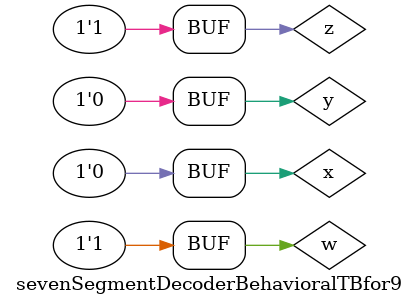
<source format=sv>
`timescale 1ns/1ns
module sevenSegmentDecoderBehavioralTBfor0();
    logic w, x, y, z;
    wire[6:0] TB_out;
    sevenSegmentDecoderBehavioral UT (w, x, y, z, TB_out);
    initial begin
        w = 1'b0;
        x = 1'b0;
        y = 1'b0;
        z = 1'b0;
        #20;
    end
endmodule

module sevenSegmentDecoderBehavioralTBfor1();
    logic w, x, y, z;
    wire[6:0] TB_out;
    sevenSegmentDecoderBehavioral UT (w, x, y, z, TB_out);
    initial begin
        w = 1'b0;
        x = 1'b0;
        y = 1'b0;
        z = 1'b1;
        #20;
    end
endmodule

module sevenSegmentDecoderBehavioralTBfor2();
    logic w, x, y, z;
    wire[6:0] TB_out;
    sevenSegmentDecoderBehavioral UT (w, x, y, z, TB_out);
    initial begin
        w = 1'b0;
        x = 1'b0;
        y = 1'b1;
        z = 1'b0;
        #20;
    end
endmodule

module sevenSegmentDecoderBehavioralTBfor3();
    logic w, x, y, z;
    wire[6:0] TB_out;
    sevenSegmentDecoderBehavioral UT (w, x, y, z, TB_out);
    initial begin
        w = 1'b0;
        x = 1'b0;
        y = 1'b1;
        z = 1'b1;
        #20;
    end
endmodule

module sevenSegmentDecoderBehavioralTBfor4();
    logic w, x, y, z;
    wire[6:0] TB_out;
    sevenSegmentDecoderBehavioral UT (w, x, y, z, TB_out);
    initial begin
        w = 1'b0;
        x = 1'b1;
        y = 1'b0;
        z = 1'b0;
        #20;
    end
endmodule

module sevenSegmentDecoderBehavioralTBfor5();
    logic w, x, y, z;
    wire[6:0] TB_out;
    sevenSegmentDecoderBehavioral UT (w, x, y, z, TB_out);
    initial begin
        w = 1'b0;
        x = 1'b1;
        y = 1'b0;
        z = 1'b1;
        #20;
    end
endmodule

module sevenSegmentDecoderBehavioralTBfor6();
    logic w, x, y, z;
    wire[6:0] TB_out;
    sevenSegmentDecoderBehavioral UT (w, x, y, z, TB_out);
    initial begin
        w = 1'b0;
        x = 1'b1;
        y = 1'b1;
        z = 1'b0;
        #20;
    end
endmodule

module sevenSegmentDecoderBehavioralTBfor7();
    logic w, x, y, z;
    wire[6:0] TB_out;
    sevenSegmentDecoderBehavioral UT (w, x, y, z, TB_out);
    initial begin
        w = 1'b0;
        x = 1'b1;
        y = 1'b1;
        z = 1'b1;
        #20;
    end
endmodule

module sevenSegmentDecoderBehavioralTBfor8();
    logic w, x, y, z;
    wire[6:0] TB_out;
    sevenSegmentDecoderBehavioral UT (w, x, y, z, TB_out);
    initial begin
        w = 1'b1;
        x = 1'b0;
        y = 1'b0;
        z = 1'b0;
        #20;
    end
endmodule

module sevenSegmentDecoderBehavioralTBfor9();
    logic w, x, y, z;
    wire[6:0] TB_out;
    sevenSegmentDecoderBehavioral UT (w, x, y, z, TB_out);
    initial begin
        w = 1'b1;
        x = 1'b0;
        y = 1'b0;
        z = 1'b1;
        #20;
    end
endmodule
</source>
